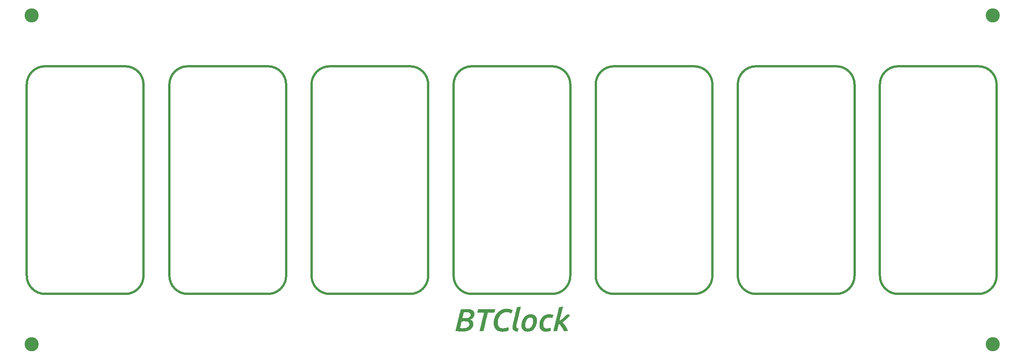
<source format=gts>
G04 Layer: TopSolderMaskLayer*
G04 EasyEDA Pro v1.9.29, 2023-06-21 20:50:08*
G04 Gerber Generator version 0.3*
G04 Scale: 100 percent, Rotated: No, Reflected: No*
G04 Dimensions in millimeters*
G04 Leading zeros omitted, absolute positions, 3 integers and 3 decimals*
%FSLAX33Y33*%
%MOMM*%
%ADD10C,0.499999*%
%ADD11C,3.101599*%
G75*


G04 Text Start*
G04 //text: BTClock*
G36*
G01X121133Y-68500D02*
G01X121085Y-68503D01*
G01X121056Y-68508D01*
G01X121028Y-68516D01*
G01X120964Y-68527D01*
G01X120921Y-68532D01*
G01X120801Y-68547D01*
G01X120772Y-68553D01*
G01X120390Y-68617D01*
G01X120373Y-68620D01*
G01X120357Y-68625D01*
G01X120344Y-68632D01*
G01X120332Y-68640D01*
G01X120322Y-68651D01*
G01X120315Y-68662D01*
G01X120309Y-68676D01*
G01X120295Y-68747D01*
G01X120252Y-68892D01*
G01X120238Y-68948D01*
G01X120226Y-69004D01*
G01X120210Y-69105D01*
G01X120199Y-69147D01*
G01X120167Y-69253D01*
G01X120149Y-69325D01*
G01X120125Y-69447D01*
G01X120109Y-69504D01*
G01X120099Y-69552D01*
G01X120083Y-69638D01*
G01X120040Y-69783D01*
G01X120026Y-69839D01*
G01X120014Y-69895D01*
G01X119998Y-69995D01*
G01X119987Y-70038D01*
G01X119956Y-70144D01*
G01X119937Y-70216D01*
G01X119913Y-70338D01*
G01X119892Y-70414D01*
G01X119864Y-70537D01*
G01X119849Y-70589D01*
G01X119831Y-70661D01*
G01X119807Y-70783D01*
G01X119765Y-70929D01*
G01X119750Y-70984D01*
G01X119739Y-71040D01*
G01X119722Y-71141D01*
G01X119711Y-71183D01*
G01X119680Y-71289D01*
G01X119665Y-71345D01*
G01X119654Y-71401D01*
G01X119637Y-71502D01*
G01X119626Y-71544D01*
G01X119595Y-71650D01*
G01X119576Y-71721D01*
G01X119552Y-71843D01*
G01X119531Y-71921D01*
G01X119503Y-72043D01*
G01X119489Y-72095D01*
G01X119470Y-72167D01*
G01X119447Y-72289D01*
G01X119404Y-72435D01*
G01X119390Y-72491D01*
G01X119378Y-72546D01*
G01X119362Y-72647D01*
G01X119351Y-72689D01*
G01X119319Y-72795D01*
G01X119305Y-72851D01*
G01X119293Y-72907D01*
G01X119276Y-73008D01*
G01X119266Y-73050D01*
G01X119234Y-73156D01*
G01X119215Y-73228D01*
G01X119192Y-73350D01*
G01X119171Y-73426D01*
G01X119143Y-73549D01*
G01X119128Y-73602D01*
G01X119110Y-73673D01*
G01X119086Y-73795D01*
G01X119075Y-73835D01*
G01X119065Y-73864D01*
G01X119054Y-73888D01*
G01X119058Y-73893D01*
G01X119076Y-73897D01*
G01X119152Y-73904D01*
G01X119467Y-73909D01*
G01X119709Y-73904D01*
G01X119792Y-73898D01*
G01X119827Y-73893D01*
G01X119862Y-73886D01*
G01X119877Y-73881D01*
G01X119883Y-73878D01*
G01X119886Y-73875D01*
G01X119890Y-73872D01*
G01X119891Y-73870D01*
G01X119892Y-73869D01*
G01Y-73868D01*
G01X119893Y-73846D01*
G01X119898Y-73809D01*
G01X119934Y-73686D01*
G01X119953Y-73615D01*
G01X119976Y-73493D01*
G01X119998Y-73416D01*
G01X120026Y-73294D01*
G01X120040Y-73241D01*
G01X120059Y-73169D01*
G01X120083Y-73047D01*
G01X120125Y-72902D01*
G01X120144Y-72830D01*
G01X120167Y-72708D01*
G01X120210Y-72562D01*
G01X120228Y-72491D01*
G01X120252Y-72369D01*
G01X120279Y-72275D01*
G01X120284Y-72254D01*
G01X120291Y-72237D01*
G01X120300Y-72225D01*
G01X120312Y-72221D01*
G01X120326Y-72223D01*
G01X120342Y-72230D01*
G01X120356Y-72241D01*
G01X120369Y-72256D01*
G01X120391Y-72296D01*
G01X120404Y-72313D01*
G01X120417Y-72328D01*
G01X120448Y-72351D01*
G01X120474Y-72377D01*
G01X120530Y-72452D01*
G01X120549Y-72477D01*
G01X120594Y-72531D01*
G01X120637Y-72580D01*
G01X120689Y-72661D01*
G01X120714Y-72694D01*
G01X120730Y-72713D01*
G01X120743Y-72729D01*
G01X120812Y-72837D01*
G01X120867Y-72915D01*
G01X120899Y-72965D01*
G01X121026Y-73177D01*
G01X121049Y-73217D01*
G01X121069Y-73257D01*
G01X121096Y-73320D01*
G01X121117Y-73360D01*
G01X121143Y-73405D01*
G01X121180Y-73490D01*
G01X121202Y-73529D01*
G01X121228Y-73575D01*
G01X121265Y-73659D01*
G01X121287Y-73699D01*
G01X121302Y-73726D01*
G01X121313Y-73747D01*
G01X121345Y-73832D01*
G01X121358Y-73856D01*
G01X121372Y-73874D01*
G01X121379Y-73882D01*
G01X121387Y-73888D01*
G01X121402Y-73893D01*
G01X121429Y-73897D01*
G01X121522Y-73904D01*
G01X121865Y-73909D01*
G01X122310D01*
G01X122289Y-73845D01*
G01X122267Y-73787D01*
G01X122220Y-73682D01*
G01X122204Y-73644D01*
G01X122172Y-73571D01*
G01X122135Y-73491D01*
G01X122103Y-73416D01*
G01X122082Y-73377D01*
G01X122056Y-73331D01*
G01X122018Y-73246D01*
G01X121997Y-73207D01*
G01X121971Y-73164D01*
G01X121928Y-73084D01*
G01X121854Y-72965D01*
G01X121812Y-72891D01*
G01X121783Y-72838D01*
G01X121763Y-72806D01*
G01X121725Y-72753D01*
G01X121706Y-72721D01*
G01X121677Y-72668D01*
G01X121657Y-72636D01*
G01X121610Y-72570D01*
G01X121553Y-72480D01*
G01X121504Y-72414D01*
G01X121452Y-72346D01*
G01X121397Y-72269D01*
G01X121325Y-72176D01*
G01X121302Y-72144D01*
G01X121275Y-72117D01*
G01X121245Y-72095D01*
G01X121234Y-72082D01*
G01X121224Y-72068D01*
G01X121211Y-72038D01*
G01X121202Y-72024D01*
G01X121189Y-72011D01*
G01X121161Y-71989D01*
G01X121148Y-71976D01*
G01X121139Y-71962D01*
G01X121133Y-71947D01*
G01X121130Y-71932D01*
G01X121133Y-71918D01*
G01X121141Y-71905D01*
G01X121154Y-71894D01*
G01X121213Y-71850D01*
G01X121451Y-71661D01*
G01X121505Y-71616D01*
G01X121536Y-71586D01*
G01X121578Y-71554D01*
G01X121607Y-71530D01*
G01X121631Y-71502D01*
G01X121643Y-71487D01*
G01X121655Y-71475D01*
G01X121669Y-71466D01*
G01X121700Y-71452D01*
G01X121713Y-71443D01*
G01X121726Y-71431D01*
G01X121748Y-71401D01*
G01X121775Y-71375D01*
G01X121850Y-71320D01*
G01X121900Y-71280D01*
G01X121920Y-71260D01*
G01X121943Y-71234D01*
G01X121961Y-71210D01*
G01X121976Y-71197D01*
G01X121993Y-71184D01*
G01X122033Y-71162D01*
G01X122050Y-71149D01*
G01X122065Y-71135D01*
G01X122088Y-71104D01*
G01X122115Y-71078D01*
G01X122159Y-71043D01*
G01X122194Y-70999D01*
G01X122220Y-70972D01*
G01X122265Y-70939D01*
G01X122300Y-70908D01*
G01X122342Y-70876D01*
G01X122371Y-70852D01*
G01X122406Y-70808D01*
G01X122433Y-70781D01*
G01X122477Y-70746D01*
G01X122512Y-70701D01*
G01X122539Y-70675D01*
G01X122569Y-70652D01*
G01X122583Y-70637D01*
G01X122596Y-70620D01*
G01X122607Y-70600D01*
G01X122612Y-70588D01*
G01X122620Y-70553D01*
G01X122625Y-70505D01*
G01X122628Y-70409D01*
G01Y-70260D01*
G01X122299D01*
G01X122109Y-70265D01*
G01X122037Y-70270D01*
G01X122000Y-70274D01*
G01X121968Y-70282D01*
G01X121960Y-70285D01*
G01X121953Y-70288D01*
G01X121951Y-70290D01*
G01X121938Y-70308D01*
G01X121911Y-70334D01*
G01X121867Y-70369D01*
G01X121832Y-70414D01*
G01X121806Y-70440D01*
G01X121761Y-70475D01*
G01X121726Y-70520D01*
G01X121700Y-70546D01*
G01X121655Y-70582D01*
G01X121620Y-70626D01*
G01X121593Y-70652D01*
G01X121549Y-70688D01*
G01X121514Y-70732D01*
G01X121487Y-70758D01*
G01X121443Y-70793D01*
G01X121408Y-70838D01*
G01X121381Y-70864D01*
G01X121337Y-70897D01*
G01X121302Y-70929D01*
G01X121260Y-70960D01*
G01X121231Y-70984D01*
G01X121196Y-71029D01*
G01X121169Y-71055D01*
G01X121125Y-71088D01*
G01X121089Y-71119D01*
G01X121048Y-71151D01*
G01X121019Y-71175D01*
G01X120995Y-71204D01*
G01X120983Y-71220D01*
G01X120969Y-71234D01*
G01X120951Y-71246D01*
G01X120911Y-71269D01*
G01X120894Y-71282D01*
G01X120880Y-71295D01*
G01X120867Y-71310D01*
G01X120856Y-71325D01*
G01X120844Y-71337D01*
G01X120830Y-71347D01*
G01X120799Y-71360D01*
G01X120785Y-71369D01*
G01X120773Y-71381D01*
G01X120750Y-71411D01*
G01X120735Y-71425D01*
G01X120718Y-71437D01*
G01X120678Y-71460D01*
G01X120661Y-71473D01*
G01X120646Y-71486D01*
G01X120634Y-71502D01*
G01X120623Y-71516D01*
G01X120610Y-71528D01*
G01X120597Y-71537D01*
G01X120566Y-71551D01*
G01X120552Y-71560D01*
G01X120539Y-71572D01*
G01X120517Y-71600D01*
G01X120504Y-71608D01*
G01X120490Y-71610D01*
G01X120475Y-71608D01*
G01X120462Y-71599D01*
G01X120454Y-71581D01*
G01X120451Y-71556D01*
G01X120454Y-71523D01*
G01X120465Y-71459D01*
G01X120486Y-71380D01*
G01X120514Y-71257D01*
G01X120528Y-71204D01*
G01X120547Y-71133D01*
G01X120571Y-71011D01*
G01X120613Y-70865D01*
G01X120628Y-70810D01*
G01X120639Y-70754D01*
G01X120656Y-70653D01*
G01X120666Y-70610D01*
G01X120698Y-70504D01*
G01X120717Y-70433D01*
G01X120740Y-70311D01*
G01X120783Y-70165D01*
G01X120797Y-70110D01*
G01X120808Y-70054D01*
G01X120825Y-69953D01*
G01X120836Y-69910D01*
G01X120867Y-69805D01*
G01X120886Y-69733D01*
G01X120910Y-69611D01*
G01X120926Y-69553D01*
G01X120937Y-69506D01*
G01X120952Y-69420D01*
G01X120995Y-69274D01*
G01X121013Y-69203D01*
G01X121037Y-69081D01*
G01X121058Y-69004D01*
G01X121086Y-68881D01*
G01X121101Y-68829D01*
G01X121119Y-68757D01*
G01X121143Y-68635D01*
G01X121175Y-68532D01*
G01X121176Y-68518D01*
G01X121170Y-68508D01*
G01X121155Y-68502D01*
G37*
G36*
G01X111859Y-68501D02*
G01X111816Y-68506D01*
G01X111779Y-68516D01*
G01X111716Y-68527D01*
G01X111592Y-68542D01*
G01X111549Y-68552D01*
G01X111528Y-68558D01*
G01X111491Y-68563D01*
G01X111431Y-68566D01*
G01X111396Y-68574D01*
G01X111376Y-68579D01*
G01X111313Y-68590D01*
G01X111190Y-68606D01*
G01X111146Y-68616D01*
G01X111113Y-68627D01*
G01X111089Y-68638D01*
G01X111079Y-68647D01*
G01X111070Y-68664D01*
G01X111063Y-68690D01*
G01X111046Y-68786D01*
G01X111036Y-68829D01*
G01X111004Y-68935D01*
G01X110985Y-69006D01*
G01X110961Y-69129D01*
G01X110946Y-69186D01*
G01X110935Y-69234D01*
G01X110919Y-69319D01*
G01X110877Y-69465D01*
G01X110858Y-69537D01*
G01X110834Y-69658D01*
G01X110818Y-69716D01*
G01X110808Y-69764D01*
G01X110792Y-69849D01*
G01X110750Y-69995D01*
G01X110731Y-70067D01*
G01X110707Y-70189D01*
G01X110691Y-70247D01*
G01X110681Y-70294D01*
G01X110664Y-70380D01*
G01X110622Y-70526D01*
G01X110608Y-70582D01*
G01X110596Y-70637D01*
G01X110579Y-70738D01*
G01X110569Y-70780D01*
G01X110537Y-70886D01*
G01X110518Y-70958D01*
G01X110495Y-71080D01*
G01X110474Y-71157D01*
G01X110446Y-71279D01*
G01X110431Y-71332D01*
G01X110413Y-71403D01*
G01X110389Y-71525D01*
G01X110346Y-71671D01*
G01X110332Y-71727D01*
G01X110320Y-71782D01*
G01X110304Y-71884D01*
G01X110293Y-71926D01*
G01X110261Y-72032D01*
G01X110247Y-72088D01*
G01X110235Y-72143D01*
G01X110219Y-72244D01*
G01X110209Y-72286D01*
G01X110177Y-72393D01*
G01X110162Y-72451D01*
G01X110151Y-72515D01*
G01X110134Y-72641D01*
G01X110125Y-72685D01*
G01X110119Y-72706D01*
G01X110114Y-72749D01*
G01X110111Y-72822D01*
G01X110105Y-72851D01*
G01X110098Y-72880D01*
G01X110094Y-72910D01*
G01X110092Y-72997D01*
G01X110093Y-73066D01*
G01X110096Y-73101D01*
G01X110101Y-73131D01*
G01X110107Y-73151D01*
G01X110113Y-73189D01*
G01X110116Y-73249D01*
G01X110124Y-73284D01*
G01X110155Y-73379D01*
G01X110177Y-73437D01*
G01X110215Y-73517D01*
G01X110235Y-73548D01*
G01X110315Y-73659D01*
G01X110342Y-73686D01*
G01X110416Y-73741D01*
G01X110468Y-73780D01*
G01X110495Y-73798D01*
G01X110521Y-73812D01*
G01X110584Y-73840D01*
G01X110625Y-73861D01*
G01X110650Y-73876D01*
G01X110670Y-73885D01*
G01X110692Y-73893D01*
G01X110765Y-73909D01*
G01X110840Y-73930D01*
G01X110887Y-73941D01*
G01X110993Y-73962D01*
G01X111049Y-73970D01*
G01X111138Y-73973D01*
G01X111169Y-73977D01*
G01X111176Y-73979D01*
G01X111181Y-73981D01*
G01X111184Y-73983D01*
G01X111200Y-73989D01*
G01X111227Y-73983D01*
G01X111242Y-73975D01*
G01X111256Y-73960D01*
G01X111268Y-73937D01*
G01X111279Y-73909D01*
G01X111294Y-73861D01*
G01X111305Y-73813D01*
G01X111322Y-73726D01*
G01X111364Y-73580D01*
G01X111390Y-73481D01*
G01X111407Y-73405D01*
G01X111422Y-73353D01*
G01X111427Y-73326D01*
G01X111428Y-73315D01*
G01X111424Y-73305D01*
G01X111409Y-73297D01*
G01X111387Y-73289D01*
G01X111300Y-73274D01*
G01X111248Y-73261D01*
G01X111216Y-73252D01*
G01X111185Y-73239D01*
G01X111155Y-73225D01*
G01X111127Y-73208D01*
G01X111100Y-73188D01*
G01X111075Y-73167D01*
G01X111054Y-73148D01*
G01X111031Y-73122D01*
G01X111004Y-73079D01*
G01X110983Y-73039D01*
G01X110978Y-73026D01*
G01X110974Y-73006D01*
G01X110967Y-72949D01*
G01X110962Y-72819D01*
G01X110961Y-72764D01*
G01X110965Y-72565D01*
G01X110970Y-72509D01*
G01X110972Y-72499D01*
G01X111004Y-72393D01*
G01X111022Y-72321D01*
G01X111046Y-72199D01*
G01X111089Y-72053D01*
G01X111107Y-71982D01*
G01X111131Y-71860D01*
G01X111174Y-71714D01*
G01X111188Y-71658D01*
G01X111200Y-71602D01*
G01X111216Y-71502D01*
G01X111227Y-71459D01*
G01X111259Y-71353D01*
G01X111277Y-71282D01*
G01X111301Y-71160D01*
G01X111343Y-71014D01*
G01X111358Y-70958D01*
G01X111369Y-70902D01*
G01X111386Y-70801D01*
G01X111396Y-70759D01*
G01X111428Y-70653D01*
G01X111447Y-70582D01*
G01X111470Y-70460D01*
G01X111492Y-70382D01*
G01X111520Y-70260D01*
G01X111534Y-70208D01*
G01X111553Y-70136D01*
G01X111577Y-70014D01*
G01X111598Y-69937D01*
G01X111626Y-69815D01*
G01X111640Y-69762D01*
G01X111659Y-69690D01*
G01X111683Y-69569D01*
G01X111704Y-69492D01*
G01X111732Y-69369D01*
G01X111746Y-69317D01*
G01X111765Y-69245D01*
G01X111789Y-69123D01*
G01X111810Y-69046D01*
G01X111838Y-68924D01*
G01X111852Y-68871D01*
G01X111871Y-68799D01*
G01X111895Y-68678D01*
G01X111916Y-68601D01*
G01X111927Y-68553D01*
G01X111928Y-68540D01*
G01Y-68530D01*
G01X111926Y-68521D01*
G01X111922Y-68513D01*
G01X111915Y-68507D01*
G01X111907Y-68503D01*
G01X111897Y-68501D01*
G37*
G36*
G01X108777Y-68967D02*
G01X108535Y-68971D01*
G01X108481Y-68975D01*
G01X108471Y-68977D01*
G01X108449Y-68982D01*
G01X108385Y-68993D01*
G01X108262Y-69009D01*
G01X108219Y-69018D01*
G01X108178Y-69030D01*
G01X108082Y-69051D01*
G01X107949Y-69094D01*
G01X107846Y-69131D01*
G01X107726Y-69179D01*
G01X107690Y-69195D01*
G01X107650Y-69216D01*
G01X107605Y-69242D01*
G01X107520Y-69280D01*
G01X107481Y-69301D01*
G01X107387Y-69359D01*
G01X107325Y-69399D01*
G01X107247Y-69455D01*
G01X107172Y-69502D01*
G01X107142Y-69526D01*
G01X107128Y-69542D01*
G01X107111Y-69565D01*
G01X107098Y-69577D01*
G01X107084Y-69586D01*
G01X107054Y-69599D01*
G01X107040Y-69608D01*
G01X107027Y-69620D01*
G01X107004Y-69651D01*
G01X106987Y-69667D01*
G01X106967Y-69682D01*
G01X106918Y-69714D01*
G01X106899Y-69730D01*
G01X106886Y-69746D01*
G01X106882Y-69754D01*
G01X106872Y-69777D01*
G01X106862Y-69791D01*
G01X106850Y-69804D01*
G01X106821Y-69827D01*
G01X106794Y-69853D01*
G01X106759Y-69897D01*
G01X106730Y-69921D01*
G01X106715Y-69933D01*
G01X106700Y-69948D01*
G01X106688Y-69965D01*
G01X106656Y-70022D01*
G01X106639Y-70043D01*
G01X106602Y-70086D01*
G01X106539Y-70176D01*
G01X106507Y-70221D01*
G01X106475Y-70271D01*
G01X106411Y-70377D01*
G01X106389Y-70417D01*
G01X106370Y-70457D01*
G01X106343Y-70520D01*
G01X106321Y-70560D01*
G01X106295Y-70605D01*
G01X106242Y-70727D01*
G01X106215Y-70783D01*
G01X106189Y-70854D01*
G01X106167Y-70913D01*
G01X106136Y-70983D01*
G01X106128Y-71008D01*
G01X106121Y-71036D01*
G01X106109Y-71097D01*
G01X106101Y-71125D01*
G01X106093Y-71150D01*
G01X106073Y-71194D01*
G01X106067Y-71215D01*
G01X106063Y-71236D01*
G01X106061Y-71278D01*
G01X106056Y-71315D01*
G01X106046Y-71350D01*
G01X106035Y-71403D01*
G01X106019Y-71502D01*
G01X106004Y-71561D01*
G01X105998Y-71604D01*
G01X105995Y-71677D01*
G01X105990Y-71705D01*
G01X105985Y-71723D01*
G01X105979Y-71767D01*
G01X105977Y-71834D01*
G01X105974Y-71948D01*
G01X105970Y-71996D01*
G01X105961Y-72027D01*
G01X105956Y-72064D01*
G01Y-72106D01*
G01X105961Y-72143D01*
G01X105971Y-72180D01*
G01X105974Y-72210D01*
G01X105976Y-72297D01*
G01X105978Y-72366D01*
G01X105981Y-72401D01*
G01X105986Y-72431D01*
G01X105993Y-72454D01*
G01X106003Y-72512D01*
G01X106019Y-72623D01*
G01X106030Y-72668D01*
G01X106104Y-72891D01*
G01X106125Y-72949D01*
G01X106173Y-73054D01*
G01X106200Y-73118D01*
G01X106213Y-73143D01*
G01X106226Y-73166D01*
G01X106274Y-73233D01*
G01X106331Y-73323D01*
G01X106380Y-73389D01*
G01X106400Y-73414D01*
G01X106419Y-73434D01*
G01X106446Y-73458D01*
G01X106469Y-73475D01*
G01X106496Y-73502D01*
G01X106531Y-73546D01*
G01X106575Y-73581D01*
G01X106602Y-73608D01*
G01X106624Y-73637D01*
G01X106637Y-73649D01*
G01X106651Y-73658D01*
G01X106681Y-73671D01*
G01X106695Y-73678D01*
G01X106708Y-73687D01*
G01X106731Y-73708D01*
G01X106763Y-73729D01*
G01X106822Y-73761D01*
G01X106874Y-73793D01*
G01X106894Y-73803D01*
G01X107015Y-73856D01*
G01X107072Y-73883D01*
G01X107143Y-73909D01*
G01X107204Y-73928D01*
G01X107334Y-73958D01*
G01X107387Y-73973D01*
G01X107487Y-73998D01*
G01X107515Y-74004D01*
G01X107532Y-74007D01*
G01X107637Y-74013D01*
G01X107896Y-74015D01*
G01X108200Y-74011D01*
G01X108248Y-74006D01*
G01X108257Y-74004D01*
G01X108275Y-74000D01*
G01X108322Y-73995D01*
G01X108408Y-73991D01*
G01X108439Y-73986D01*
G01X108467Y-73978D01*
G01X108519Y-73967D01*
G01X108618Y-73952D01*
G01X108697Y-73930D01*
G01X108770Y-73913D01*
G01X108818Y-73898D01*
G01X108885Y-73869D01*
G01X108961Y-73850D01*
G01X109009Y-73834D01*
G01X109074Y-73806D01*
G01X109137Y-73786D01*
G01X109174Y-73771D01*
G01X109225Y-73742D01*
G01X109265Y-73729D01*
G01X109283Y-73721D01*
G01X109296Y-73708D01*
G01X109304Y-73689D01*
G01X109307Y-73665D01*
G01X109304Y-73617D01*
G01X109299Y-73588D01*
G01X109292Y-73563D01*
G01X109287Y-73526D01*
G01X109283Y-73466D01*
G01X109270Y-73415D01*
G01X109265Y-73378D01*
G01X109262Y-73318D01*
G01X109249Y-73267D01*
G01X109244Y-73230D01*
G01X109241Y-73169D01*
G01X109228Y-73118D01*
G01X109223Y-73081D01*
G01X109221Y-73041D01*
G01X109217Y-73023D01*
G01X109210Y-73009D01*
G01X109201Y-72997D01*
G01X109190Y-72989D01*
G01X109177Y-72986D01*
G01X109163Y-72989D01*
G01X109131Y-73007D01*
G01X109094Y-73023D01*
G01X109034Y-73042D01*
G01X109000Y-73061D01*
G01X108982Y-73071D01*
G01X108962Y-73079D01*
G01X108940Y-73086D01*
G01X108889Y-73098D01*
G01X108841Y-73114D01*
G01X108774Y-73143D01*
G01X108724Y-73156D01*
G01X108676Y-73167D01*
G01X108602Y-73188D01*
G01X108554Y-73199D01*
G01X108448Y-73220D01*
G01X108410Y-73226D01*
G01X108352Y-73230D01*
G01X108313Y-73233D01*
G01X108278Y-73241D01*
G01X108267Y-73243D01*
G01X108224Y-73248D01*
G01X108002Y-73252D01*
G01X107787Y-73248D01*
G01X107738Y-73243D01*
G01X107729Y-73241D01*
G01X107709Y-73236D01*
G01X107661Y-73225D01*
G01X107600Y-73214D01*
G01X107573Y-73206D01*
G01X107548Y-73198D01*
G01X107483Y-73169D01*
G01X107430Y-73153D01*
G01X107408Y-73145D01*
G01X107387Y-73135D01*
G01X107281Y-73061D01*
G01X107222Y-73017D01*
G01X107172Y-72976D01*
G01X107154Y-72957D01*
G01X107141Y-72939D01*
G01X107136Y-72931D01*
G01X107127Y-72908D01*
G01X107119Y-72893D01*
G01X107111Y-72881D01*
G01X107077Y-72841D01*
G01X107048Y-72795D01*
G01X107025Y-72756D01*
G01X107006Y-72716D01*
G01X106995Y-72689D01*
G01X106958Y-72589D01*
G01X106938Y-72524D01*
G01X106926Y-72471D01*
G01X106895Y-72280D01*
G01X106891Y-72252D01*
G01X106888Y-72161D01*
G01X106883Y-72113D01*
G01X106878Y-72095D01*
G01X106874Y-72076D01*
G01X106870Y-72048D01*
G01X106867Y-71968D01*
G01X106869Y-71905D01*
G01X106874Y-71861D01*
G01X106883Y-71821D01*
G01X106886Y-71793D01*
G01X106889Y-71714D01*
G01X106890Y-71651D01*
G01X106895Y-71606D01*
G01X106905Y-71567D01*
G01X106915Y-71509D01*
G01X106931Y-71398D01*
G01X106942Y-71353D01*
G01X106974Y-71247D01*
G01X107016Y-71109D01*
G01X107058Y-70982D01*
G01X107074Y-70939D01*
G01X107096Y-70895D01*
G01X107122Y-70849D01*
G01X107159Y-70765D01*
G01X107180Y-70725D01*
G01X107292Y-70547D01*
G01X107409Y-70383D01*
G01X107435Y-70356D01*
G01X107466Y-70334D01*
G01X107480Y-70319D01*
G01X107493Y-70302D01*
G01X107516Y-70262D01*
G01X107530Y-70245D01*
G01X107548Y-70230D01*
G01X107578Y-70213D01*
G01X107596Y-70201D01*
G01X107612Y-70187D01*
G01X107625Y-70173D01*
G01X107643Y-70150D01*
G01X107669Y-70123D01*
G01X107744Y-70068D01*
G01X107769Y-70049D01*
G01X107822Y-70008D01*
G01X107981Y-69910D01*
G01X108008Y-69895D01*
G01X108037Y-69881D01*
G01X108067Y-69869D01*
G01X108156Y-69836D01*
G01X108226Y-69805D01*
G01X108252Y-69797D01*
G01X108280Y-69790D01*
G01X108366Y-69773D01*
G01X108424Y-69757D01*
G01X108477Y-69746D01*
G01X108511Y-69741D01*
G01X108583Y-69733D01*
G01X108679Y-69730D01*
G01X108727Y-69725D01*
G01X108762Y-69715D01*
G01X108804Y-69710D01*
G01X108855D01*
G01X108897Y-69715D01*
G01X108915Y-69719D01*
G01X108933Y-69725D01*
G01X108959Y-69728D01*
G01X109087Y-69732D01*
G01X109129Y-69736D01*
G01X109166Y-69746D01*
G01X109219Y-69757D01*
G01X109289Y-69768D01*
G01X109320Y-69775D01*
G01X109360Y-69789D01*
G01X109416Y-69812D01*
G01X109492Y-69832D01*
G01X109540Y-69847D01*
G01X109619Y-69884D01*
G01X109694Y-69916D01*
G01X109734Y-69937D01*
G01X109774Y-69961D01*
G01X109805Y-69974D01*
G01X109820Y-69976D01*
G01X109832Y-69971D01*
G01X109841Y-69960D01*
G01X109854Y-69922D01*
G01X109870Y-69885D01*
G01X109901Y-69831D01*
G01X109938Y-69746D01*
G01X109959Y-69707D01*
G01X109986Y-69662D01*
G01X110007Y-69614D01*
G01X110050Y-69508D01*
G01X110065Y-69471D01*
G01X110087Y-69431D01*
G01X110113Y-69386D01*
G01X110134Y-69338D01*
G01X110138Y-69325D01*
G01X110141Y-69314D01*
G01Y-69304D01*
G01X110139Y-69295D01*
G01X110136Y-69288D01*
G01X110130Y-69282D01*
G01X110123Y-69277D01*
G01X110093Y-69268D01*
G01X110076Y-69261D01*
G01X110061Y-69253D01*
G01X110037Y-69232D01*
G01X110023Y-69224D01*
G01X110005Y-69217D01*
G01X109946Y-69197D01*
G01X109895Y-69169D01*
G01X109858Y-69153D01*
G01X109795Y-69134D01*
G01X109731Y-69105D01*
G01X109683Y-69090D01*
G01X109609Y-69073D01*
G01X109466Y-69030D01*
G01X109407Y-69016D01*
G01X109343Y-69005D01*
G01X109127Y-68977D01*
G01X109091Y-68974D01*
G01X108955Y-68968D01*
G37*
G36*
G01X99942Y-69030D02*
G01X99549Y-69036D01*
G01X99503Y-69039D01*
G01X99496Y-69041D01*
G01X99476Y-69045D01*
G01X99446Y-69049D01*
G01X99358Y-69051D01*
G01X99289Y-69053D01*
G01X99255Y-69055D01*
G01X99225Y-69061D01*
G01X99203Y-69067D01*
G01X99161Y-69072D01*
G01X99088Y-69075D01*
G01X99059Y-69081D01*
G01X99034Y-69088D01*
G01X98997Y-69093D01*
G01X98937Y-69097D01*
G01X98884Y-69110D01*
G01X98831Y-69121D01*
G01X98762Y-69132D01*
G01X98735Y-69139D01*
G01X98715Y-69147D01*
G01X98707Y-69153D01*
G01X98701Y-69158D01*
G01X98691Y-69171D01*
G01X98682Y-69192D01*
G01X98675Y-69219D01*
G01X98659Y-69317D01*
G01X98648Y-69359D01*
G01X98616Y-69465D01*
G01X98602Y-69521D01*
G01X98590Y-69577D01*
G01X98573Y-69677D01*
G01X98563Y-69719D01*
G01X98531Y-69826D01*
G01X98512Y-69897D01*
G01X98489Y-70019D01*
G01X98473Y-70077D01*
G01X98462Y-70125D01*
G01X98446Y-70210D01*
G01X98404Y-70356D01*
G01X98385Y-70428D01*
G01X98362Y-70550D01*
G01X98346Y-70607D01*
G01X98335Y-70655D01*
G01X98319Y-70741D01*
G01X98277Y-70886D01*
G01X98258Y-70958D01*
G01X98245Y-71026D01*
G01X99111D01*
G01X99112Y-71008D01*
G01X99116Y-70983D01*
G01X99140Y-70894D01*
G01X99151Y-70839D01*
G01X99168Y-70738D01*
G01X99178Y-70695D01*
G01X99210Y-70589D01*
G01X99229Y-70518D01*
G01X99253Y-70396D01*
G01X99273Y-70319D01*
G01X99302Y-70196D01*
G01X99316Y-70144D01*
G01X99334Y-70073D01*
G01X99358Y-69951D01*
G01X99369Y-69910D01*
G01X99401Y-69826D01*
G01X99406Y-69813D01*
G01X99414Y-69802D01*
G01X99421Y-69792D01*
G01X99430Y-69783D01*
G01X99440Y-69776D01*
G01X99451Y-69770D01*
G01X99462Y-69766D01*
G01X99503Y-69758D01*
G01X99533Y-69754D01*
G01X99603Y-69751D01*
G01X99652Y-69750D01*
G01X99690Y-69745D01*
G01X99708Y-69741D01*
G01X99719Y-69738D01*
G01X99761Y-69735D01*
G01X99973Y-69730D01*
G01X100173Y-69734D01*
G01X100227Y-69738D01*
G01X100256Y-69745D01*
G01X100299Y-69751D01*
G01X100371Y-69754D01*
G01X100400Y-69760D01*
G01X100514Y-69794D01*
G01X100550Y-69805D01*
G01X100583Y-69818D01*
G01X100614Y-69832D01*
G01X100642Y-69847D01*
G01X100727Y-69900D01*
G01X100756Y-69924D01*
G01X100780Y-69953D01*
G01X100822Y-70017D01*
G01X100832Y-70034D01*
G01X100841Y-70054D01*
G01X100848Y-70077D01*
G01X100864Y-70149D01*
G01X100875Y-70186D01*
G01X100880Y-70207D01*
G01X100883Y-70237D01*
G01X100886Y-70324D01*
G01X100884Y-70394D01*
G01X100882Y-70428D01*
G01X100877Y-70458D01*
G01X100843Y-70558D01*
G01X100833Y-70587D01*
G01X100817Y-70621D01*
G01X100806Y-70636D01*
G01X100790Y-70654D01*
G01X100758Y-70695D01*
G01X100734Y-70725D01*
G01X100690Y-70760D01*
G01X100664Y-70786D01*
G01X100640Y-70817D01*
G01X100626Y-70830D01*
G01X100608Y-70843D01*
G01X100549Y-70876D01*
G01X100497Y-70908D01*
G01X100477Y-70918D01*
G01X100430Y-70939D01*
G01X100371Y-70960D01*
G01X100303Y-70982D01*
G01X100247Y-70996D01*
G01X100191Y-71008D01*
G01X100027Y-71035D01*
G01X100007Y-71037D01*
G01X99881Y-71043D01*
G01X99549Y-71045D01*
G01X99166Y-71041D01*
G01X99124Y-71037D01*
G01X99116Y-71036D01*
G01X99115D01*
G01X99114Y-71035D01*
G01X99111Y-71026D01*
G01X98245D01*
G01X98234Y-71080D01*
G01X98218Y-71138D01*
G01X98208Y-71186D01*
G01X98192Y-71271D01*
G01X98149Y-71417D01*
G01X98131Y-71488D01*
G01X98107Y-71610D01*
G01X98091Y-71668D01*
G01X98081Y-71715D01*
G01X98064Y-71801D01*
G01X98022Y-71947D01*
G01X98003Y-72019D01*
G01X97979Y-72141D01*
G01X97964Y-72198D01*
G01X97953Y-72246D01*
G01X97937Y-72332D01*
G01X97895Y-72477D01*
G01X97876Y-72549D01*
G01X97852Y-72671D01*
G01X97836Y-72728D01*
G01X97826Y-72776D01*
G01X97810Y-72862D01*
G01X97768Y-73008D01*
G01X97749Y-73079D01*
G01X97725Y-73201D01*
G01X97717Y-73230D01*
G01X98573D01*
G01X98584Y-73167D01*
G01X98595Y-73111D01*
G01X98637Y-72965D01*
G01X98652Y-72910D01*
G01X98663Y-72854D01*
G01X98680Y-72753D01*
G01X98690Y-72711D01*
G01X98722Y-72604D01*
G01X98740Y-72533D01*
G01X98764Y-72411D01*
G01X98781Y-72353D01*
G01X98791Y-72306D01*
G01X98807Y-72220D01*
G01X98849Y-72074D01*
G01X98868Y-72003D01*
G01X98892Y-71880D01*
G01X98918Y-71787D01*
G01X98923Y-71767D01*
G01X98934Y-71757D01*
G01X98959Y-71748D01*
G01X99000Y-71741D01*
G01X99128Y-71730D01*
G01X99433Y-71724D01*
G01X99913Y-71730D01*
G01X99957Y-71734D01*
G01X99962Y-71735D01*
G01X99979Y-71739D01*
G01X100017Y-71745D01*
G01X100077Y-71748D01*
G01X100112Y-71756D01*
G01X100207Y-71788D01*
G01X100265Y-71809D01*
G01X100335Y-71842D01*
G01X100358Y-71857D01*
G01X100408Y-71894D01*
G01X100433Y-71915D01*
G01X100453Y-71934D01*
G01X100477Y-71960D01*
G01X100550Y-72064D01*
G01X100562Y-72088D01*
G01X100571Y-72112D01*
G01X100589Y-72186D01*
G01X100602Y-72232D01*
G01X100607Y-72278D01*
G01X100610Y-72382D01*
G01X100608Y-72475D01*
G01X100603Y-72526D01*
G01X100589Y-72578D01*
G01X100572Y-72651D01*
G01X100561Y-72684D01*
G01X100551Y-72702D01*
G01X100493Y-72795D01*
G01X100477Y-72820D01*
G01X100453Y-72849D01*
G01X100438Y-72864D01*
G01X100414Y-72881D01*
G01X100388Y-72908D01*
G01X100353Y-72952D01*
G01X100323Y-72976D01*
G01X100227Y-73044D01*
G01X100204Y-73058D01*
G01X100180Y-73071D01*
G01X100154Y-73082D01*
G01X100048Y-73124D01*
G01X99947Y-73161D01*
G01X99898Y-73176D01*
G01X99862Y-73185D01*
G01X99804Y-73196D01*
G01X99711Y-73209D01*
G01X99649Y-73224D01*
G01X99606Y-73230D01*
G01X99533Y-73233D01*
G01X99505Y-73238D01*
G01X99484Y-73243D01*
G01X99429Y-73248D01*
G01X99125Y-73252D01*
G01X98829Y-73248D01*
G01X98787Y-73244D01*
G01X98778Y-73242D01*
G01X98776Y-73241D01*
G01X98775D01*
G01X98764Y-73236D01*
G01X98744Y-73233D01*
G01X98669Y-73230D01*
G01X98573D01*
G01X97717D01*
G01X97709Y-73259D01*
G01X97699Y-73306D01*
G01X97683Y-73392D01*
G01X97640Y-73538D01*
G01X97622Y-73610D01*
G01X97598Y-73732D01*
G01X97587Y-73771D01*
G01X97583Y-73786D01*
G01X97582Y-73800D01*
G01X97583Y-73813D01*
G01X97587Y-73824D01*
G01X97596Y-73834D01*
G01X97614Y-73843D01*
G01X97639Y-73850D01*
G01X97736Y-73867D01*
G01X97795Y-73882D01*
G01X97832Y-73887D01*
G01X97892Y-73891D01*
G01X97943Y-73903D01*
G01X97981Y-73908D01*
G01X98040Y-73912D01*
G01X98075Y-73920D01*
G01X98094Y-73924D01*
G01X98118Y-73928D01*
G01X98231Y-73932D01*
G01X98269Y-73936D01*
G01X98297Y-73943D01*
G01X98346Y-73949D01*
G01X98553Y-73954D01*
G01X98592Y-73958D01*
G01X98601Y-73960D01*
G01X98604Y-73961D01*
G01X98605Y-73962D01*
G01X98613Y-73965D01*
G01X98633Y-73967D01*
G01X98824Y-73972D01*
G01X98987Y-73973D01*
G01X99333Y-73968D01*
G01X99383Y-73964D01*
G01X99390Y-73962D01*
G01X99410Y-73958D01*
G01X99438Y-73954D01*
G01X99518Y-73952D01*
G01X99580Y-73950D01*
G01X99625Y-73945D01*
G01X99661Y-73936D01*
G01X99699Y-73931D01*
G01X99759Y-73928D01*
G01X99812Y-73915D01*
G01X99871Y-73904D01*
G01X99982Y-73888D01*
G01X100027Y-73877D01*
G01X100133Y-73845D01*
G01X100232Y-73820D01*
G01X100285Y-73808D01*
G01X100318Y-73796D01*
G01X100337Y-73787D01*
G01X100362Y-73772D01*
G01X100382Y-73763D01*
G01X100405Y-73756D01*
G01X100455Y-73744D01*
G01X100487Y-73733D01*
G01X100506Y-73723D01*
G01X100551Y-73697D01*
G01X100636Y-73660D01*
G01X100676Y-73639D01*
G01X100854Y-73527D01*
G01X100914Y-73484D01*
G01X101006Y-73412D01*
G01X101039Y-73389D01*
G01X101066Y-73362D01*
G01X101101Y-73318D01*
G01X101130Y-73294D01*
G01X101144Y-73283D01*
G01X101156Y-73270D01*
G01X101166Y-73256D01*
G01X101179Y-73226D01*
G01X101188Y-73212D01*
G01X101200Y-73199D01*
G01X101229Y-73176D01*
G01X101241Y-73164D01*
G01X101250Y-73150D01*
G01X101263Y-73119D01*
G01X101279Y-73087D01*
G01X101310Y-73034D01*
G01X101347Y-72950D01*
G01X101368Y-72910D01*
G01X101384Y-72884D01*
G01X101395Y-72862D01*
G01X101416Y-72806D01*
G01X101430Y-72758D01*
G01X101442Y-72711D01*
G01X101458Y-72623D01*
G01X101475Y-72563D01*
G01X101485Y-72500D01*
G01X101490Y-72456D01*
G01X101497Y-72367D01*
G01X101501Y-72234D01*
G01X101499Y-72140D01*
G01X101494Y-72090D01*
G01X101480Y-72037D01*
G01X101463Y-71964D01*
G01X101452Y-71931D01*
G01X101443Y-71913D01*
G01X101427Y-71888D01*
G01X101412Y-71851D01*
G01X101399Y-71810D01*
G01X101392Y-71793D01*
G01X101384Y-71778D01*
G01X101362Y-71754D01*
G01X101350Y-71738D01*
G01X101305Y-71668D01*
G01X101281Y-71639D01*
G01X101265Y-71624D01*
G01X101242Y-71607D01*
G01X101215Y-71580D01*
G01X101191Y-71549D01*
G01X101175Y-71534D01*
G01X101154Y-71517D01*
G01X101130Y-71502D01*
G01X101008Y-71427D01*
G01X100936Y-71395D01*
G01X100915Y-71382D01*
G01X100898Y-71368D01*
G01X100886Y-71353D01*
G01X100879Y-71338D01*
G01X100880Y-71327D01*
G01X100890Y-71317D01*
G01X100927Y-71304D01*
G01X100964Y-71289D01*
G01X101016Y-71260D01*
G01X101075Y-71241D01*
G01X101093Y-71234D01*
G01X101107Y-71225D01*
G01X101132Y-71204D01*
G01X101148Y-71191D01*
G01X101233Y-71137D01*
G01X101299Y-71088D01*
G01X101324Y-71067D01*
G01X101344Y-71048D01*
G01X101368Y-71022D01*
G01X101385Y-70999D01*
G01X101412Y-70972D01*
G01X101443Y-70948D01*
G01X101458Y-70932D01*
G01X101475Y-70911D01*
G01X101513Y-70851D01*
G01X101538Y-70818D01*
G01X101554Y-70799D01*
G01X101575Y-70762D01*
G01X101607Y-70693D01*
G01X101618Y-70676D01*
G01X101638Y-70652D01*
G01X101647Y-70637D01*
G01X101654Y-70620D01*
G01X101673Y-70558D01*
G01X101697Y-70504D01*
G01X101706Y-70479D01*
G01X101714Y-70449D01*
G01X101734Y-70335D01*
G01X101747Y-70282D01*
G01X101753Y-70226D01*
G01X101755Y-70091D01*
G01X101753Y-69956D01*
G01X101747Y-69899D01*
G01X101734Y-69852D01*
G01X101718Y-69779D01*
G01X101706Y-69746D01*
G01X101697Y-69728D01*
G01X101671Y-69682D01*
G01X101638Y-69610D01*
G01X101625Y-69590D01*
G01X101612Y-69573D01*
G01X101596Y-69560D01*
G01X101582Y-69549D01*
G01X101570Y-69537D01*
G01X101560Y-69523D01*
G01X101547Y-69492D01*
G01X101538Y-69479D01*
G01X101526Y-69466D01*
G01X101496Y-69443D01*
G01X101470Y-69417D01*
G01X101447Y-69387D01*
G01X101434Y-69375D01*
G01X101421Y-69366D01*
G01X101390Y-69353D01*
G01X101376Y-69346D01*
G01X101364Y-69337D01*
G01X101323Y-69303D01*
G01X101278Y-69274D01*
G01X101238Y-69252D01*
G01X101199Y-69232D01*
G01X101099Y-69190D01*
G01X101055Y-69169D01*
G01X101007Y-69153D01*
G01X100934Y-69136D01*
G01X100790Y-69094D01*
G01X100739Y-69081D01*
G01X100710Y-69076D01*
G01X100653Y-69072D01*
G01X100616Y-69067D01*
G01X100581Y-69058D01*
G01X100557Y-69054D01*
G01X100444Y-69050D01*
G01X100406Y-69045D01*
G01X100387Y-69041D01*
G01X100373Y-69038D01*
G01X100310Y-69035D01*
G37*
G36*
G01X102562Y-69073D02*
G01X102540Y-69147D01*
G01X102526Y-69203D01*
G01X102514Y-69258D01*
G01X102498Y-69359D01*
G01X102487Y-69401D01*
G01X102455Y-69508D01*
G01X102437Y-69579D01*
G01X102413Y-69701D01*
G01X102402Y-69741D01*
G01X102399Y-69756D01*
G01X102397Y-69770D01*
G01X102399Y-69782D01*
G01X102402Y-69794D01*
G01X102416Y-69799D01*
G01X102451Y-69803D01*
G01X102685Y-69812D01*
G01X103113Y-69815D01*
G01X103604Y-69824D01*
G01X103714Y-69832D01*
G01X103757Y-69837D01*
G01X103788Y-69843D01*
G01X103801Y-69847D01*
G01X103809Y-69851D01*
G01X103811Y-69854D01*
G01X103812Y-69855D01*
G01X103813Y-69856D01*
G01Y-69857D01*
G01X103812Y-69878D01*
G01X103807Y-69915D01*
G01X103771Y-70038D01*
G01X103752Y-70110D01*
G01X103728Y-70232D01*
G01X103712Y-70289D01*
G01X103702Y-70337D01*
G01X103686Y-70423D01*
G01X103643Y-70568D01*
G01X103625Y-70640D01*
G01X103601Y-70762D01*
G01X103585Y-70819D01*
G01X103575Y-70867D01*
G01X103558Y-70953D01*
G01X103516Y-71099D01*
G01X103497Y-71170D01*
G01X103474Y-71292D01*
G01X103458Y-71350D01*
G01X103447Y-71397D01*
G01X103431Y-71483D01*
G01X103389Y-71629D01*
G01X103370Y-71700D01*
G01X103347Y-71823D01*
G01X103330Y-71880D01*
G01X103320Y-71928D01*
G01X103304Y-72013D01*
G01X103262Y-72159D01*
G01X103243Y-72230D01*
G01X103219Y-72352D01*
G01X103203Y-72410D01*
G01X103193Y-72458D01*
G01X103177Y-72543D01*
G01X103134Y-72689D01*
G01X103116Y-72761D01*
G01X103092Y-72883D01*
G01X103076Y-72941D01*
G01X103065Y-72988D01*
G01X103049Y-73074D01*
G01X103007Y-73220D01*
G01X102988Y-73291D01*
G01X102964Y-73413D01*
G01X102943Y-73490D01*
G01X102915Y-73612D01*
G01X102901Y-73665D01*
G01X102882Y-73737D01*
G01X102861Y-73845D01*
G01X102853Y-73874D01*
G01X102848Y-73888D01*
G01X102852Y-73893D01*
G01X102871Y-73897D01*
G01X102949Y-73904D01*
G01X103272Y-73909D01*
G01X103707D01*
G01X103728Y-73835D01*
G01X103743Y-73779D01*
G01X103754Y-73723D01*
G01X103771Y-73623D01*
G01X103781Y-73580D01*
G01X103813Y-73474D01*
G01X103832Y-73402D01*
G01X103856Y-73281D01*
G01X103871Y-73223D01*
G01X103882Y-73175D01*
G01X103898Y-73090D01*
G01X103940Y-72944D01*
G01X103959Y-72873D01*
G01X103983Y-72750D01*
G01X103999Y-72693D01*
G01X104009Y-72645D01*
G01X104025Y-72560D01*
G01X104067Y-72414D01*
G01X104086Y-72342D01*
G01X104110Y-72220D01*
G01X104131Y-72143D01*
G01X104159Y-72021D01*
G01X104174Y-71968D01*
G01X104192Y-71897D01*
G01X104216Y-71775D01*
G01X104258Y-71629D01*
G01X104273Y-71573D01*
G01X104284Y-71517D01*
G01X104301Y-71417D01*
G01X104312Y-71374D01*
G01X104343Y-71268D01*
G01X104362Y-71197D01*
G01X104386Y-71075D01*
G01X104402Y-71017D01*
G01X104412Y-70969D01*
G01X104428Y-70884D01*
G01X104471Y-70738D01*
G01X104489Y-70666D01*
G01X104513Y-70544D01*
G01X104529Y-70487D01*
G01X104539Y-70439D01*
G01X104556Y-70353D01*
G01X104598Y-70208D01*
G01X104617Y-70136D01*
G01X104640Y-70014D01*
G01X104656Y-69956D01*
G01X104667Y-69908D01*
G01X104683Y-69815D01*
G01X106125D01*
G01X106146Y-69751D01*
G01X106161Y-69704D01*
G01X106172Y-69656D01*
G01X106189Y-69569D01*
G01X106231Y-69423D01*
G01X106250Y-69351D01*
G01X106274Y-69229D01*
G01X106300Y-69136D01*
G01X106316Y-69073D01*
G37*
G36*
G01X114069Y-70176D02*
G01X113926Y-70178D01*
G01X113871Y-70183D01*
G01X113859Y-70186D01*
G01X113838Y-70192D01*
G01X113785Y-70202D01*
G01X113696Y-70217D01*
G01X113646Y-70229D01*
G01X113613Y-70240D01*
G01X113486Y-70282D01*
G01X113383Y-70319D01*
G01X113332Y-70340D01*
G01X113293Y-70362D01*
G01X113199Y-70419D01*
G01X113137Y-70460D01*
G01X113029Y-70536D01*
G01X112970Y-70580D01*
G01X112839Y-70685D01*
G01X112814Y-70705D01*
G01X112794Y-70725D01*
G01X112770Y-70751D01*
G01X112743Y-70788D01*
G01X112711Y-70823D01*
G01X112679Y-70865D01*
G01X112648Y-70907D01*
G01X112605Y-70956D01*
G01X112542Y-71045D01*
G01X112510Y-71091D01*
G01X112414Y-71243D01*
G01X112404Y-71263D01*
G01X112367Y-71348D01*
G01X112346Y-71387D01*
G01X112329Y-71413D01*
G01X112319Y-71435D01*
G01X112298Y-71491D01*
G01X112277Y-71549D01*
G01X112246Y-71619D01*
G01X112229Y-71667D01*
G01X112210Y-71743D01*
G01X112187Y-71799D01*
G01X112178Y-71824D01*
G01X112169Y-71854D01*
G01X112149Y-71968D01*
G01X112128Y-72048D01*
G01X112118Y-72095D01*
G01X112096Y-72223D01*
G01X112075Y-72393D01*
G01X112069Y-72476D01*
G01X112067Y-72530D01*
G01X112892D01*
G01X112893Y-72461D01*
G01X112896Y-72427D01*
G01X112901Y-72397D01*
G01X112907Y-72374D01*
G01X112910Y-72350D01*
G01X112915Y-72237D01*
G01X112919Y-72199D01*
G01X112929Y-72162D01*
G01X112940Y-72109D01*
G01X112955Y-72011D01*
G01X112966Y-71968D01*
G01X113040Y-71745D01*
G01X113056Y-71702D01*
G01X113077Y-71658D01*
G01X113104Y-71613D01*
G01X113141Y-71528D01*
G01X113162Y-71489D01*
G01X113188Y-71446D01*
G01X113222Y-71384D01*
G01X113236Y-71361D01*
G01X113274Y-71310D01*
G01X113325Y-71243D01*
G01X113349Y-71210D01*
G01X113375Y-71184D01*
G01X113420Y-71149D01*
G01X113444Y-71119D01*
G01X113455Y-71104D01*
G01X113470Y-71091D01*
G01X113487Y-71078D01*
G01X113544Y-71045D01*
G01X113565Y-71030D01*
G01X113583Y-71014D01*
G01X113620Y-70992D01*
G01X113682Y-70966D01*
G01X113721Y-70945D01*
G01X113748Y-70929D01*
G01X113772Y-70921D01*
G01X113801Y-70914D01*
G01X113990Y-70882D01*
G01X114019Y-70878D01*
G01X114080Y-70876D01*
G01X114135Y-70878D01*
G01X114167Y-70884D01*
G01X114193Y-70892D01*
G01X114241Y-70902D01*
G01X114299Y-70914D01*
G01X114323Y-70921D01*
G01X114342Y-70929D01*
G01X114349Y-70934D01*
G01X114368Y-70950D01*
G01X114399Y-70971D01*
G01X114438Y-70993D01*
G01X114453Y-71006D01*
G01X114460Y-71012D01*
G01X114465Y-71019D01*
G01X114469Y-71027D01*
G01X114478Y-71050D01*
G01X114485Y-71064D01*
G01X114494Y-71077D01*
G01X114514Y-71101D01*
G01X114536Y-71138D01*
G01X114578Y-71236D01*
G01X114598Y-71279D01*
G01X114605Y-71300D01*
G01X114609Y-71321D01*
G01X114610Y-71363D01*
G01X114616Y-71400D01*
G01X114625Y-71436D01*
G01X114629Y-71462D01*
G01X114633Y-71588D01*
G01X114637Y-71625D01*
G01X114639Y-71633D01*
G01X114646Y-71651D01*
G01X114647Y-71663D01*
G01X114646Y-71677D01*
G01X114637Y-71713D01*
G01X114634Y-71743D01*
G01X114631Y-71830D01*
G01X114630Y-71899D01*
G01X114627Y-71934D01*
G01X114622Y-71964D01*
G01X114615Y-71987D01*
G01X114605Y-72040D01*
G01X114589Y-72138D01*
G01X114578Y-72180D01*
G01X114504Y-72403D01*
G01X114467Y-72506D01*
G01X114446Y-72557D01*
G01X114424Y-72596D01*
G01X114398Y-72641D01*
G01X114366Y-72715D01*
G01X114353Y-72740D01*
G01X114339Y-72763D01*
G01X114271Y-72859D01*
G01X114227Y-72919D01*
G01X114186Y-72969D01*
G01X114167Y-72989D01*
G01X114141Y-73012D01*
G01X114118Y-73030D01*
G01X114091Y-73056D01*
G01X114068Y-73086D01*
G01X114053Y-73100D01*
G01X114036Y-73113D01*
G01X113984Y-73142D01*
G01X113953Y-73162D01*
G01X113909Y-73193D01*
G01X113886Y-73206D01*
G01X113862Y-73219D01*
G01X113836Y-73230D01*
G01X113777Y-73252D01*
G01X113709Y-73273D01*
G01X113689Y-73277D01*
G01X113642Y-73286D01*
G01X113587Y-73291D01*
G01X113486Y-73294D01*
G01X113382Y-73292D01*
G01X113340Y-73288D01*
G01X113331Y-73286D01*
G01X113329Y-73285D01*
G01X113327Y-73284D01*
G01X113318Y-73278D01*
G01X113281Y-73267D01*
G01X113211Y-73253D01*
G01X113190Y-73245D01*
G01X113181Y-73240D01*
G01X113173Y-73235D01*
G01X113156Y-73220D01*
G01X113114Y-73188D01*
G01X113085Y-73164D01*
G01X113061Y-73135D01*
G01X112994Y-73039D01*
G01X112982Y-73015D01*
G01X112973Y-72991D01*
G01X112960Y-72939D01*
G01X112944Y-72891D01*
G01X112925Y-72847D01*
G01X112918Y-72822D01*
G01X112913Y-72779D01*
G01X112910Y-72708D01*
G01X112905Y-72677D01*
G01X112898Y-72648D01*
G01X112894Y-72618D01*
G01X112892Y-72530D01*
G01X112067D01*
G01X112064Y-72668D01*
G01X112067Y-72811D01*
G01X112072Y-72867D01*
G01X112074Y-72878D01*
G01X112081Y-72900D01*
G01X112091Y-72958D01*
G01X112102Y-73037D01*
G01X112110Y-73071D01*
G01X112123Y-73113D01*
G01X112147Y-73169D01*
G01X112160Y-73220D01*
G01X112166Y-73245D01*
G01X112178Y-73277D01*
G01X112187Y-73296D01*
G01X112213Y-73341D01*
G01X112245Y-73414D01*
G01X112261Y-73443D01*
G01X112272Y-73458D01*
G01X112309Y-73502D01*
G01X112363Y-73576D01*
G01X112403Y-73626D01*
G01X112422Y-73647D01*
G01X112449Y-73670D01*
G01X112472Y-73687D01*
G01X112499Y-73713D01*
G01X112521Y-73743D01*
G01X112534Y-73756D01*
G01X112548Y-73765D01*
G01X112578Y-73777D01*
G01X112592Y-73784D01*
G01X112605Y-73793D01*
G01X112629Y-73813D01*
G01X112666Y-73835D01*
G01X112727Y-73861D01*
G01X112767Y-73883D01*
G01X112793Y-73898D01*
G01X112815Y-73909D01*
G01X112870Y-73930D01*
G01X112931Y-73949D01*
G01X113094Y-73983D01*
G01X113141Y-73994D01*
G01X113178Y-74004D01*
G01X113203Y-74009D01*
G01X113247Y-74013D01*
G01X113390Y-74015D01*
G01X113533Y-74013D01*
G01X113589Y-74007D01*
G01X113600Y-74005D01*
G01X113620Y-74000D01*
G01X113662Y-73995D01*
G01X113735Y-73991D01*
G01X113764Y-73986D01*
G01X113790Y-73978D01*
G01X113838Y-73967D01*
G01X113898Y-73956D01*
G01X113926Y-73949D01*
G01X113951Y-73940D01*
G01X113996Y-73921D01*
G01X114043Y-73904D01*
G01X114094Y-73893D01*
G01X114127Y-73881D01*
G01X114146Y-73872D01*
G01X114191Y-73845D01*
G01X114276Y-73808D01*
G01X114315Y-73787D01*
G01X114408Y-73729D01*
G01X114448Y-73703D01*
G01X114514Y-73654D01*
G01X114582Y-73603D01*
G01X114629Y-73570D01*
G01X114664Y-73538D01*
G01X114705Y-73506D01*
G01X114734Y-73482D01*
G01X114770Y-73438D01*
G01X114796Y-73411D01*
G01X114826Y-73389D01*
G01X114838Y-73376D01*
G01X114847Y-73362D01*
G01X114860Y-73332D01*
G01X114870Y-73318D01*
G01X114882Y-73305D01*
G01X114911Y-73283D01*
G01X114923Y-73270D01*
G01X114932Y-73256D01*
G01X114945Y-73226D01*
G01X114952Y-73212D01*
G01X114960Y-73199D01*
G01X114994Y-73159D01*
G01X115023Y-73113D01*
G01X115130Y-72944D01*
G01X115152Y-72904D01*
G01X115171Y-72864D01*
G01X115214Y-72764D01*
G01X115251Y-72685D01*
G01X115268Y-72647D01*
G01X115305Y-72546D01*
G01X115310Y-72530D01*
G01X115353Y-72393D01*
G01X115371Y-72321D01*
G01X115395Y-72199D01*
G01X115410Y-72141D01*
G01X115421Y-72088D01*
G01X115427Y-72053D01*
G01X115454Y-71886D01*
G01X115458Y-71846D01*
G01X115461Y-71772D01*
G01X115466Y-71743D01*
G01X115471Y-71725D01*
G01X115477Y-71671D01*
G01X115480Y-71544D01*
G01X115477Y-71417D01*
G01X115472Y-71369D01*
G01X115464Y-71336D01*
G01X115459Y-71299D01*
G01X115456Y-71239D01*
G01X115448Y-71204D01*
G01X115442Y-71187D01*
G01X115432Y-71139D01*
G01X115421Y-71078D01*
G01X115414Y-71051D01*
G01X115405Y-71026D01*
G01X115379Y-70968D01*
G01X115353Y-70897D01*
G01X115336Y-70854D01*
G01X115315Y-70810D01*
G01X115232Y-70677D01*
G01X115183Y-70610D01*
G01X115162Y-70586D01*
G01X115143Y-70566D01*
G01X115116Y-70542D01*
G01X115093Y-70525D01*
G01X115067Y-70499D01*
G01X115043Y-70467D01*
G01X115026Y-70451D01*
G01X115006Y-70436D01*
G01X114919Y-70380D01*
G01X114863Y-70341D01*
G01X114838Y-70327D01*
G01X114810Y-70314D01*
G01X114721Y-70282D01*
G01X114651Y-70251D01*
G01X114626Y-70242D01*
G01X114598Y-70235D01*
G01X114512Y-70218D01*
G01X114452Y-70202D01*
G01X114388Y-70192D01*
G01X114345Y-70186D01*
G01X114261Y-70180D01*
G37*
G36*
G01X118131Y-70176D02*
G01X117957Y-70179D01*
G01X117898Y-70184D01*
G01X117871Y-70191D01*
G01X117834Y-70196D01*
G01X117773Y-70200D01*
G01X117739Y-70208D01*
G01X117721Y-70213D01*
G01X117673Y-70223D01*
G01X117613Y-70235D01*
G01X117585Y-70242D01*
G01X117560Y-70251D01*
G01X117515Y-70271D01*
G01X117467Y-70286D01*
G01X117417Y-70299D01*
G01X117384Y-70310D01*
G01X117365Y-70319D01*
G01X117340Y-70334D01*
G01X117303Y-70350D01*
G01X117243Y-70369D01*
G01X117208Y-70388D01*
G01X117174Y-70409D01*
G01X117102Y-70448D01*
G01X117071Y-70468D01*
G01X117004Y-70515D01*
G01X116914Y-70572D01*
G01X116848Y-70621D01*
G01X116794Y-70666D01*
G01X116762Y-70695D01*
G01X116721Y-70727D01*
G01X116705Y-70740D01*
G01X116689Y-70756D01*
G01X116673Y-70777D01*
G01X116641Y-70826D01*
G01X116617Y-70855D01*
G01X116601Y-70870D01*
G01X116577Y-70888D01*
G01X116562Y-70905D01*
G01X116545Y-70925D01*
G01X116507Y-70985D01*
G01X116482Y-71018D01*
G01X116466Y-71037D01*
G01X116453Y-71053D01*
G01X116384Y-71161D01*
G01X116345Y-71216D01*
G01X116331Y-71239D01*
G01X116318Y-71264D01*
G01X116291Y-71326D01*
G01X116270Y-71366D01*
G01X116254Y-71392D01*
G01X116243Y-71414D01*
G01X116222Y-71470D01*
G01X116201Y-71528D01*
G01X116169Y-71599D01*
G01X116153Y-71641D01*
G01X116095Y-71830D01*
G01X116085Y-71863D01*
G01X116076Y-71899D01*
G01X116066Y-71958D01*
G01X116053Y-72050D01*
G01X116037Y-72113D01*
G01X116032Y-72155D01*
G01X116029Y-72228D01*
G01X116023Y-72257D01*
G01X116018Y-72277D01*
G01X116014Y-72320D01*
G01X116010Y-72552D01*
G01X116013Y-72775D01*
G01X116018Y-72826D01*
G01X116020Y-72836D01*
G01X116026Y-72856D01*
G01X116036Y-72910D01*
G01X116048Y-72979D01*
G01X116055Y-73010D01*
G01X116068Y-73049D01*
G01X116092Y-73106D01*
G01X116105Y-73156D01*
G01X116112Y-73181D01*
G01X116123Y-73214D01*
G01X116132Y-73233D01*
G01X116158Y-73278D01*
G01X116190Y-73350D01*
G01X116206Y-73380D01*
G01X116217Y-73394D01*
G01X116246Y-73429D01*
G01X116291Y-73499D01*
G01X116315Y-73528D01*
G01X116331Y-73543D01*
G01X116354Y-73560D01*
G01X116380Y-73586D01*
G01X116416Y-73631D01*
G01X116445Y-73654D01*
G01X116486Y-73686D01*
G01X116536Y-73729D01*
G01X116614Y-73782D01*
G01X116699Y-73835D01*
G01X116725Y-73849D01*
G01X116750Y-73861D01*
G01X116773Y-73871D01*
G01X116837Y-73891D01*
G01X116903Y-73920D01*
G01X116945Y-73936D01*
G01X116996Y-73952D01*
G01X117055Y-73966D01*
G01X117119Y-73977D01*
G01X117226Y-73991D01*
G01X117257Y-73998D01*
G01X117265Y-74000D01*
G01X117268Y-74002D01*
G01X117270Y-74003D01*
G01X117272Y-74004D01*
G01X117290Y-74009D01*
G01X117401Y-74015D01*
G01X117495D01*
G01X117669Y-74012D01*
G01X117728Y-74007D01*
G01X117756Y-74000D01*
G01X117799Y-73995D01*
G01X117871Y-73991D01*
G01X117900Y-73986D01*
G01X117927Y-73978D01*
G01X117980Y-73967D01*
G01X118050Y-73956D01*
G01X118081Y-73949D01*
G01X118120Y-73935D01*
G01X118176Y-73912D01*
G01X118252Y-73893D01*
G01X118300Y-73876D01*
G01X118365Y-73848D01*
G01X118417Y-73832D01*
G01X118437Y-73824D01*
G01X118456Y-73813D01*
G01X118473Y-73800D01*
G01X118488Y-73784D01*
G01X118501Y-73767D01*
G01X118505Y-73758D01*
G01X118508Y-73748D01*
G01X118511Y-73739D01*
G01X118513Y-73718D01*
G01X118510Y-73678D01*
G01X118502Y-73644D01*
G01X118498Y-73625D01*
G01X118495Y-73602D01*
G01X118490Y-73488D01*
G01X118486Y-73450D01*
G01X118481Y-73432D01*
G01X118477Y-73413D01*
G01X118473Y-73389D01*
G01X118469Y-73276D01*
G01X118465Y-73238D01*
G01X118455Y-73204D01*
G01X118450Y-73172D01*
G01X118449Y-73156D01*
G01X118446Y-73143D01*
G01X118436Y-73135D01*
G01X118419Y-73132D01*
G01X118397Y-73135D01*
G01X118346Y-73148D01*
G01X118279Y-73176D01*
G01X118231Y-73193D01*
G01X118158Y-73209D01*
G01X118084Y-73230D01*
G01X118036Y-73241D01*
G01X117930Y-73262D01*
G01X117892Y-73268D01*
G01X117834Y-73273D01*
G01X117795Y-73275D01*
G01X117760Y-73284D01*
G01X117739Y-73288D01*
G01X117707Y-73291D01*
G01X117639Y-73294D01*
G01X117612D01*
G01X117526Y-73292D01*
G01X117478Y-73287D01*
G01X117445Y-73278D01*
G01X117391Y-73267D01*
G01X117323Y-73256D01*
G01X117281Y-73245D01*
G01X117260Y-73235D01*
G01X117216Y-73209D01*
G01X117155Y-73176D01*
G01X117132Y-73161D01*
G01X117069Y-73113D01*
G01X117046Y-73091D01*
G01X117027Y-73067D01*
G01X117013Y-73042D01*
G01X116996Y-73004D01*
G01X116980Y-72975D01*
G01X116970Y-72960D01*
G01X116955Y-72943D01*
G01X116946Y-72928D01*
G01X116939Y-72911D01*
G01X116917Y-72833D01*
G01X116901Y-72780D01*
G01X116890Y-72732D01*
G01X116869Y-72626D01*
G01X116862Y-72568D01*
G01X116859Y-72436D01*
G01X116858Y-72393D01*
G01X116861Y-72249D01*
G01X116866Y-72194D01*
G01X116868Y-72182D01*
G01X116874Y-72164D01*
G01X116879Y-72127D01*
G01X116882Y-72066D01*
G01X116901Y-71995D01*
G01X116922Y-71899D01*
G01X116932Y-71862D01*
G01X116964Y-71777D01*
G01X117007Y-71671D01*
G01X117039Y-71598D01*
G01X117071Y-71536D01*
G01X117145Y-71417D01*
G01X117167Y-71382D01*
G01X117193Y-71348D01*
G01X117230Y-71304D01*
G01X117251Y-71274D01*
G01X117278Y-71248D01*
G01X117323Y-71212D01*
G01X117346Y-71183D01*
G01X117358Y-71169D01*
G01X117370Y-71157D01*
G01X117384Y-71147D01*
G01X117415Y-71135D01*
G01X117428Y-71128D01*
G01X117441Y-71119D01*
G01X117482Y-71085D01*
G01X117527Y-71056D01*
G01X117566Y-71034D01*
G01X117606Y-71014D01*
G01X117706Y-70971D01*
G01X117765Y-70946D01*
G01X117794Y-70938D01*
G01X117908Y-70918D01*
G01X117969Y-70903D01*
G01X117993Y-70900D01*
G01X118105Y-70895D01*
G01X118138Y-70891D01*
G01X118146Y-70889D01*
G01X118164Y-70882D01*
G01X118176Y-70881D01*
G01X118190Y-70882D01*
G01X118225Y-70891D01*
G01X118253Y-70894D01*
G01X118333Y-70897D01*
G01X118395Y-70899D01*
G01X118440Y-70903D01*
G01X118478Y-70913D01*
G01X118526Y-70923D01*
G01X118586Y-70935D01*
G01X118614Y-70942D01*
G01X118639Y-70951D01*
G01X118704Y-70979D01*
G01X118747Y-70992D01*
G01X118798Y-71002D01*
G01X118810Y-71003D01*
G01X118820Y-71001D01*
G01X118828Y-70992D01*
G01X118836Y-70979D01*
G01X118848Y-70940D01*
G01X118864Y-70903D01*
G01X118892Y-70852D01*
G01X118912Y-70791D01*
G01X118927Y-70754D01*
G01X118958Y-70698D01*
G01X118995Y-70599D01*
G01X119017Y-70556D01*
G01X119033Y-70529D01*
G01X119043Y-70507D01*
G01X119065Y-70451D01*
G01X119087Y-70388D01*
G01X119097Y-70367D01*
G01X119091Y-70348D01*
G01X119054Y-70335D01*
G01X119028Y-70329D01*
G01X118996Y-70317D01*
G01X118977Y-70308D01*
G01X118951Y-70293D01*
G01X118929Y-70284D01*
G01X118903Y-70277D01*
G01X118818Y-70260D01*
G01X118741Y-70240D01*
G01X118693Y-70229D01*
G01X118587Y-70208D01*
G01X118524Y-70197D01*
G01X118439Y-70186D01*
G01X118368Y-70181D01*
G37*
G04 Text End*

G04 Rect Start*
G54D10*
G01X3478Y-19650D02*
G01X3478Y-61707D01*
G03X7478Y-65707I4000J0D01*
G01X25100D01*
G03X29100Y-61707I0J4000D01*
G01Y-19650D01*
G03X25100Y-15650I-4000J0D01*
G01X7478D01*
G03X3478Y-19650I0J-4000D01*
G01X34786Y-19650D02*
G01X34786Y-61707D01*
G03X38786Y-65707I4000J0D01*
G01X56408D01*
G03X60408Y-61707I0J4000D01*
G01Y-19650D01*
G03X56408Y-15650I-4000J0D01*
G01X38786D01*
G03X34786Y-19650I0J-4000D01*
G01X97172Y-19650D02*
G01X97172Y-61707D01*
G03X101172Y-65707I4000J0D01*
G01X118794D01*
G03X122794Y-61707I0J4000D01*
G01Y-19650D01*
G03X118794Y-15650I-4000J0D01*
G01X101172D01*
G03X97172Y-19650I0J-4000D01*
G01X128366Y-19650D02*
G01X128366Y-61707D01*
G03X132366Y-65707I4000J0D01*
G01X149988D01*
G03X153988Y-61707I0J4000D01*
G01Y-19650D01*
G03X149988Y-15650I-4000J0D01*
G01X132366D01*
G03X128366Y-19650I0J-4000D01*
G01X190752Y-19650D02*
G01X190752Y-61707D01*
G03X194752Y-65707I4000J0D01*
G01X212374D01*
G03X216374Y-61707I0J4000D01*
G01Y-19650D01*
G03X212374Y-15650I-4000J0D01*
G01X194752D01*
G03X190752Y-19650I0J-4000D01*
G01X65979Y-19650D02*
G01X65979Y-61707D01*
G03X69979Y-65707I4000J0D01*
G01X87601D01*
G03X91601Y-61707I0J4000D01*
G01Y-19650D01*
G03X87601Y-15650I-4000J0D01*
G01X69979D01*
G03X65979Y-19650I0J-4000D01*
G01X159559Y-19650D02*
G01X159559Y-61707D01*
G03X163559Y-65707I4000J0D01*
G01X181181D01*
G03X185181Y-61707I0J4000D01*
G01Y-19650D01*
G03X181181Y-15650I-4000J0D01*
G01X163559D01*
G03X159559Y-19650I0J-4000D01*
G04 Rect End*

G04 Pad Start*
G54D11*
G01X215500Y-4500D03*
G01X215500Y-76800D03*
G01X4500Y-4500D03*
G01X4500Y-76800D03*
G04 Pad End*

M02*

</source>
